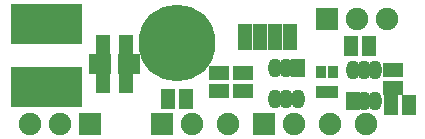
<source format=gts>
G04 (created by PCBNEW-RS274X (2011-03-30 BZR 2932)-stable) date 29/05/2011 23:50:55*
G01*
G70*
G90*
%MOIN*%
G04 Gerber Fmt 3.4, Leading zero omitted, Abs format*
%FSLAX34Y34*%
G04 APERTURE LIST*
%ADD10C,0.006000*%
%ADD11R,0.075100X0.067200*%
%ADD12R,0.051500X0.067200*%
%ADD13R,0.083000X0.138100*%
%ADD14R,0.075000X0.075000*%
%ADD15C,0.075000*%
%ADD16O,0.075000X0.075000*%
%ADD17R,0.065000X0.045000*%
%ADD18R,0.045000X0.065000*%
%ADD19R,0.045000X0.063300*%
%ADD20O,0.045000X0.063300*%
%ADD21R,0.031800X0.039700*%
%ADD22R,0.051500X0.090900*%
%ADD23C,0.256200*%
G04 APERTURE END LIST*
G54D10*
G54D11*
X61501Y-54282D03*
X60517Y-54282D03*
G54D12*
X61383Y-53652D03*
X60635Y-53652D03*
X61383Y-54912D03*
X60635Y-54912D03*
G54D13*
X59516Y-55063D03*
X58729Y-55063D03*
X57942Y-55063D03*
X59516Y-52937D03*
X58729Y-52937D03*
X57942Y-52937D03*
G54D14*
X62600Y-56300D03*
G54D15*
X63600Y-56300D03*
G54D16*
X69400Y-56300D03*
X68200Y-56300D03*
X64800Y-56300D03*
G54D14*
X66000Y-56300D03*
G54D15*
X67000Y-56300D03*
G54D14*
X68100Y-52800D03*
G54D15*
X69100Y-52800D03*
X70100Y-52800D03*
G54D14*
X60200Y-56300D03*
G54D15*
X59200Y-56300D03*
X58200Y-56300D03*
G54D17*
X70300Y-55100D03*
X70300Y-54500D03*
G54D18*
X70207Y-55640D03*
X70807Y-55640D03*
X69500Y-53700D03*
X68900Y-53700D03*
G54D17*
X65300Y-55200D03*
X65300Y-54600D03*
X64500Y-54600D03*
X64500Y-55200D03*
G54D18*
X62800Y-55461D03*
X63400Y-55461D03*
G54D19*
X68954Y-55516D03*
G54D20*
X69328Y-55516D03*
X69702Y-55516D03*
X69702Y-54492D03*
X69328Y-54492D03*
X68954Y-54492D03*
G54D19*
X67109Y-54423D03*
G54D20*
X66735Y-54423D03*
X66361Y-54423D03*
X66361Y-55447D03*
X66735Y-55447D03*
X67109Y-55447D03*
G54D21*
X67903Y-55235D03*
X68100Y-55235D03*
X68297Y-55235D03*
X68297Y-54565D03*
X67903Y-54565D03*
G54D22*
X65850Y-53400D03*
X65350Y-53400D03*
X66350Y-53400D03*
X66850Y-53400D03*
G54D23*
X63100Y-53600D03*
M02*

</source>
